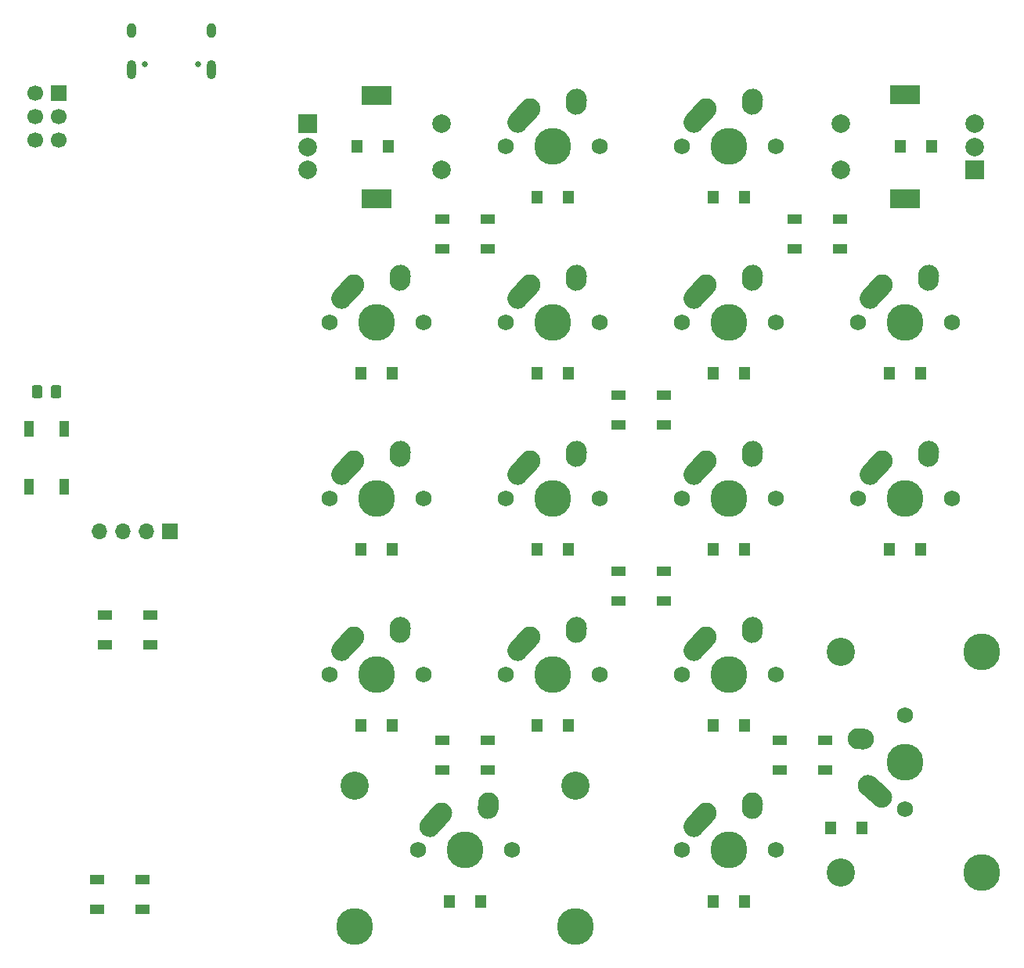
<source format=gbr>
G04 #@! TF.GenerationSoftware,KiCad,Pcbnew,(5.1.9)-1*
G04 #@! TF.CreationDate,2021-05-12T14:45:45+02:00*
G04 #@! TF.ProjectId,RotPad,526f7450-6164-42e6-9b69-6361645f7063,rev?*
G04 #@! TF.SameCoordinates,Original*
G04 #@! TF.FileFunction,Soldermask,Bot*
G04 #@! TF.FilePolarity,Negative*
%FSLAX46Y46*%
G04 Gerber Fmt 4.6, Leading zero omitted, Abs format (unit mm)*
G04 Created by KiCad (PCBNEW (5.1.9)-1) date 2021-05-12 14:45:45*
%MOMM*%
%LPD*%
G01*
G04 APERTURE LIST*
%ADD10C,2.250000*%
%ADD11C,3.987800*%
%ADD12C,1.750000*%
%ADD13R,1.500000X1.000000*%
%ADD14R,2.000000X2.000000*%
%ADD15C,2.000000*%
%ADD16R,3.200000X2.000000*%
%ADD17R,1.200000X1.400000*%
%ADD18R,1.700000X1.700000*%
%ADD19O,1.700000X1.700000*%
%ADD20C,1.700000*%
%ADD21C,3.048000*%
%ADD22R,1.000000X1.700000*%
%ADD23O,1.000000X1.600000*%
%ADD24O,1.000000X2.100000*%
%ADD25C,0.650000*%
G04 APERTURE END LIST*
G36*
G01*
X142112724Y-114883560D02*
X142112724Y-114883560D01*
G75*
G02*
X141068940Y-113682824I78476J1122260D01*
G01*
X141109494Y-113102862D01*
G75*
G02*
X142310230Y-112059078I1122260J-78476D01*
G01*
X142310230Y-112059078D01*
G75*
G02*
X143354014Y-113259814I-78476J-1122260D01*
G01*
X143313460Y-113839776D01*
G75*
G02*
X142112724Y-114883560I-1122260J78476D01*
G01*
G37*
D10*
X142231200Y-113181300D03*
G36*
G01*
X135128428Y-116557338D02*
X135128428Y-116557338D01*
G75*
G02*
X135045162Y-114968528I752772J836038D01*
G01*
X136357700Y-113510808D01*
G75*
G02*
X137946510Y-113427542I836038J-752772D01*
G01*
X137946510Y-113427542D01*
G75*
G02*
X138029776Y-115016352I-752772J-836038D01*
G01*
X136717238Y-116474072D01*
G75*
G02*
X135128428Y-116557338I-836038J752772D01*
G01*
G37*
D11*
X139691200Y-118261300D03*
D10*
X137191200Y-114261300D03*
D12*
X134611200Y-118261300D03*
X144771200Y-118261300D03*
G36*
G01*
X123063924Y-114883560D02*
X123063924Y-114883560D01*
G75*
G02*
X122020140Y-113682824I78476J1122260D01*
G01*
X122060694Y-113102862D01*
G75*
G02*
X123261430Y-112059078I1122260J-78476D01*
G01*
X123261430Y-112059078D01*
G75*
G02*
X124305214Y-113259814I-78476J-1122260D01*
G01*
X124264660Y-113839776D01*
G75*
G02*
X123063924Y-114883560I-1122260J78476D01*
G01*
G37*
D10*
X123182400Y-113181300D03*
G36*
G01*
X116079628Y-116557338D02*
X116079628Y-116557338D01*
G75*
G02*
X115996362Y-114968528I752772J836038D01*
G01*
X117308900Y-113510808D01*
G75*
G02*
X118897710Y-113427542I836038J-752772D01*
G01*
X118897710Y-113427542D01*
G75*
G02*
X118980976Y-115016352I-752772J-836038D01*
G01*
X117668438Y-116474072D01*
G75*
G02*
X116079628Y-116557338I-836038J752772D01*
G01*
G37*
D11*
X120642400Y-118261300D03*
D10*
X118142400Y-114261300D03*
D12*
X115562400Y-118261300D03*
X125722400Y-118261300D03*
D13*
X72157800Y-115099100D03*
X72157800Y-111899100D03*
X77057800Y-115099100D03*
X77057800Y-111899100D03*
X71364100Y-143672300D03*
X71364100Y-140472300D03*
X76264100Y-143672300D03*
X76264100Y-140472300D03*
G36*
G01*
X161161524Y-76785960D02*
X161161524Y-76785960D01*
G75*
G02*
X160117740Y-75585224I78476J1122260D01*
G01*
X160158294Y-75005262D01*
G75*
G02*
X161359030Y-73961478I1122260J-78476D01*
G01*
X161359030Y-73961478D01*
G75*
G02*
X162402814Y-75162214I-78476J-1122260D01*
G01*
X162362260Y-75742176D01*
G75*
G02*
X161161524Y-76785960I-1122260J78476D01*
G01*
G37*
D10*
X161280000Y-75083700D03*
G36*
G01*
X154177228Y-78459738D02*
X154177228Y-78459738D01*
G75*
G02*
X154093962Y-76870928I752772J836038D01*
G01*
X155406500Y-75413208D01*
G75*
G02*
X156995310Y-75329942I836038J-752772D01*
G01*
X156995310Y-75329942D01*
G75*
G02*
X157078576Y-76918752I-752772J-836038D01*
G01*
X155766038Y-78376472D01*
G75*
G02*
X154177228Y-78459738I-836038J752772D01*
G01*
G37*
D11*
X158740000Y-80163700D03*
D10*
X156240000Y-76163700D03*
D12*
X153660000Y-80163700D03*
X163820000Y-80163700D03*
D14*
X166233300Y-63696000D03*
D15*
X166233300Y-61196000D03*
X166233300Y-58696000D03*
D16*
X158733300Y-66796000D03*
X158733300Y-55596000D03*
D15*
X151733300Y-63696000D03*
X151733300Y-58696000D03*
D17*
X154090400Y-134929000D03*
X150690400Y-134929000D03*
D18*
X79170000Y-102784150D03*
D19*
X76630000Y-102784150D03*
X74090000Y-102784150D03*
X71550000Y-102784150D03*
D20*
X64607100Y-60480100D03*
X67147100Y-60480100D03*
X64607100Y-57940100D03*
X67147100Y-57940100D03*
X64607100Y-55400100D03*
D18*
X67147100Y-55400100D03*
G36*
G01*
X142112724Y-57737160D02*
X142112724Y-57737160D01*
G75*
G02*
X141068940Y-56536424I78476J1122260D01*
G01*
X141109494Y-55956462D01*
G75*
G02*
X142310230Y-54912678I1122260J-78476D01*
G01*
X142310230Y-54912678D01*
G75*
G02*
X143354014Y-56113414I-78476J-1122260D01*
G01*
X143313460Y-56693376D01*
G75*
G02*
X142112724Y-57737160I-1122260J78476D01*
G01*
G37*
D10*
X142231200Y-56034900D03*
G36*
G01*
X135128428Y-59410938D02*
X135128428Y-59410938D01*
G75*
G02*
X135045162Y-57822128I752772J836038D01*
G01*
X136357700Y-56364408D01*
G75*
G02*
X137946510Y-56281142I836038J-752772D01*
G01*
X137946510Y-56281142D01*
G75*
G02*
X138029776Y-57869952I-752772J-836038D01*
G01*
X136717238Y-59327672D01*
G75*
G02*
X135128428Y-59410938I-836038J752772D01*
G01*
G37*
D11*
X139691200Y-61114900D03*
D10*
X137191200Y-57114900D03*
D12*
X134611200Y-61114900D03*
X144771200Y-61114900D03*
G36*
G01*
X123063924Y-57737160D02*
X123063924Y-57737160D01*
G75*
G02*
X122020140Y-56536424I78476J1122260D01*
G01*
X122060694Y-55956462D01*
G75*
G02*
X123261430Y-54912678I1122260J-78476D01*
G01*
X123261430Y-54912678D01*
G75*
G02*
X124305214Y-56113414I-78476J-1122260D01*
G01*
X124264660Y-56693376D01*
G75*
G02*
X123063924Y-57737160I-1122260J78476D01*
G01*
G37*
D10*
X123182400Y-56034900D03*
G36*
G01*
X116079628Y-59410938D02*
X116079628Y-59410938D01*
G75*
G02*
X115996362Y-57822128I752772J836038D01*
G01*
X117308900Y-56364408D01*
G75*
G02*
X118897710Y-56281142I836038J-752772D01*
G01*
X118897710Y-56281142D01*
G75*
G02*
X118980976Y-57869952I-752772J-836038D01*
G01*
X117668438Y-59327672D01*
G75*
G02*
X116079628Y-59410938I-836038J752772D01*
G01*
G37*
D11*
X120642400Y-61114900D03*
D10*
X118142400Y-57114900D03*
D12*
X115562400Y-61114900D03*
X125722400Y-61114900D03*
G36*
G01*
X123063924Y-76785960D02*
X123063924Y-76785960D01*
G75*
G02*
X122020140Y-75585224I78476J1122260D01*
G01*
X122060694Y-75005262D01*
G75*
G02*
X123261430Y-73961478I1122260J-78476D01*
G01*
X123261430Y-73961478D01*
G75*
G02*
X124305214Y-75162214I-78476J-1122260D01*
G01*
X124264660Y-75742176D01*
G75*
G02*
X123063924Y-76785960I-1122260J78476D01*
G01*
G37*
D10*
X123182400Y-75083700D03*
G36*
G01*
X116079628Y-78459738D02*
X116079628Y-78459738D01*
G75*
G02*
X115996362Y-76870928I752772J836038D01*
G01*
X117308900Y-75413208D01*
G75*
G02*
X118897710Y-75329942I836038J-752772D01*
G01*
X118897710Y-75329942D01*
G75*
G02*
X118980976Y-76918752I-752772J-836038D01*
G01*
X117668438Y-78376472D01*
G75*
G02*
X116079628Y-78459738I-836038J752772D01*
G01*
G37*
D11*
X120642400Y-80163700D03*
D10*
X118142400Y-76163700D03*
D12*
X115562400Y-80163700D03*
X125722400Y-80163700D03*
G36*
G01*
X123063924Y-95834760D02*
X123063924Y-95834760D01*
G75*
G02*
X122020140Y-94634024I78476J1122260D01*
G01*
X122060694Y-94054062D01*
G75*
G02*
X123261430Y-93010278I1122260J-78476D01*
G01*
X123261430Y-93010278D01*
G75*
G02*
X124305214Y-94211014I-78476J-1122260D01*
G01*
X124264660Y-94790976D01*
G75*
G02*
X123063924Y-95834760I-1122260J78476D01*
G01*
G37*
D10*
X123182400Y-94132500D03*
G36*
G01*
X116079628Y-97508538D02*
X116079628Y-97508538D01*
G75*
G02*
X115996362Y-95919728I752772J836038D01*
G01*
X117308900Y-94462008D01*
G75*
G02*
X118897710Y-94378742I836038J-752772D01*
G01*
X118897710Y-94378742D01*
G75*
G02*
X118980976Y-95967552I-752772J-836038D01*
G01*
X117668438Y-97425272D01*
G75*
G02*
X116079628Y-97508538I-836038J752772D01*
G01*
G37*
D11*
X120642400Y-99212500D03*
D10*
X118142400Y-95212500D03*
D12*
X115562400Y-99212500D03*
X125722400Y-99212500D03*
G36*
G01*
X104015124Y-76785960D02*
X104015124Y-76785960D01*
G75*
G02*
X102971340Y-75585224I78476J1122260D01*
G01*
X103011894Y-75005262D01*
G75*
G02*
X104212630Y-73961478I1122260J-78476D01*
G01*
X104212630Y-73961478D01*
G75*
G02*
X105256414Y-75162214I-78476J-1122260D01*
G01*
X105215860Y-75742176D01*
G75*
G02*
X104015124Y-76785960I-1122260J78476D01*
G01*
G37*
D10*
X104133600Y-75083700D03*
G36*
G01*
X97030828Y-78459738D02*
X97030828Y-78459738D01*
G75*
G02*
X96947562Y-76870928I752772J836038D01*
G01*
X98260100Y-75413208D01*
G75*
G02*
X99848910Y-75329942I836038J-752772D01*
G01*
X99848910Y-75329942D01*
G75*
G02*
X99932176Y-76918752I-752772J-836038D01*
G01*
X98619638Y-78376472D01*
G75*
G02*
X97030828Y-78459738I-836038J752772D01*
G01*
G37*
D11*
X101593600Y-80163700D03*
D10*
X99093600Y-76163700D03*
D12*
X96513600Y-80163700D03*
X106673600Y-80163700D03*
G36*
G01*
X142112724Y-76785960D02*
X142112724Y-76785960D01*
G75*
G02*
X141068940Y-75585224I78476J1122260D01*
G01*
X141109494Y-75005262D01*
G75*
G02*
X142310230Y-73961478I1122260J-78476D01*
G01*
X142310230Y-73961478D01*
G75*
G02*
X143354014Y-75162214I-78476J-1122260D01*
G01*
X143313460Y-75742176D01*
G75*
G02*
X142112724Y-76785960I-1122260J78476D01*
G01*
G37*
D10*
X142231200Y-75083700D03*
G36*
G01*
X135128428Y-78459738D02*
X135128428Y-78459738D01*
G75*
G02*
X135045162Y-76870928I752772J836038D01*
G01*
X136357700Y-75413208D01*
G75*
G02*
X137946510Y-75329942I836038J-752772D01*
G01*
X137946510Y-75329942D01*
G75*
G02*
X138029776Y-76918752I-752772J-836038D01*
G01*
X136717238Y-78376472D01*
G75*
G02*
X135128428Y-78459738I-836038J752772D01*
G01*
G37*
D11*
X139691200Y-80163700D03*
D10*
X137191200Y-76163700D03*
D12*
X134611200Y-80163700D03*
X144771200Y-80163700D03*
G36*
G01*
X104015124Y-95834760D02*
X104015124Y-95834760D01*
G75*
G02*
X102971340Y-94634024I78476J1122260D01*
G01*
X103011894Y-94054062D01*
G75*
G02*
X104212630Y-93010278I1122260J-78476D01*
G01*
X104212630Y-93010278D01*
G75*
G02*
X105256414Y-94211014I-78476J-1122260D01*
G01*
X105215860Y-94790976D01*
G75*
G02*
X104015124Y-95834760I-1122260J78476D01*
G01*
G37*
D10*
X104133600Y-94132500D03*
G36*
G01*
X97030828Y-97508538D02*
X97030828Y-97508538D01*
G75*
G02*
X96947562Y-95919728I752772J836038D01*
G01*
X98260100Y-94462008D01*
G75*
G02*
X99848910Y-94378742I836038J-752772D01*
G01*
X99848910Y-94378742D01*
G75*
G02*
X99932176Y-95967552I-752772J-836038D01*
G01*
X98619638Y-97425272D01*
G75*
G02*
X97030828Y-97508538I-836038J752772D01*
G01*
G37*
D11*
X101593600Y-99212500D03*
D10*
X99093600Y-95212500D03*
D12*
X96513600Y-99212500D03*
X106673600Y-99212500D03*
G36*
G01*
X142112724Y-95834760D02*
X142112724Y-95834760D01*
G75*
G02*
X141068940Y-94634024I78476J1122260D01*
G01*
X141109494Y-94054062D01*
G75*
G02*
X142310230Y-93010278I1122260J-78476D01*
G01*
X142310230Y-93010278D01*
G75*
G02*
X143354014Y-94211014I-78476J-1122260D01*
G01*
X143313460Y-94790976D01*
G75*
G02*
X142112724Y-95834760I-1122260J78476D01*
G01*
G37*
D10*
X142231200Y-94132500D03*
G36*
G01*
X135128428Y-97508538D02*
X135128428Y-97508538D01*
G75*
G02*
X135045162Y-95919728I752772J836038D01*
G01*
X136357700Y-94462008D01*
G75*
G02*
X137946510Y-94378742I836038J-752772D01*
G01*
X137946510Y-94378742D01*
G75*
G02*
X138029776Y-95967552I-752772J-836038D01*
G01*
X136717238Y-97425272D01*
G75*
G02*
X135128428Y-97508538I-836038J752772D01*
G01*
G37*
D11*
X139691200Y-99212500D03*
D10*
X137191200Y-95212500D03*
D12*
X134611200Y-99212500D03*
X144771200Y-99212500D03*
G36*
G01*
X113539524Y-133932360D02*
X113539524Y-133932360D01*
G75*
G02*
X112495740Y-132731624I78476J1122260D01*
G01*
X112536294Y-132151662D01*
G75*
G02*
X113737030Y-131107878I1122260J-78476D01*
G01*
X113737030Y-131107878D01*
G75*
G02*
X114780814Y-132308614I-78476J-1122260D01*
G01*
X114740260Y-132888576D01*
G75*
G02*
X113539524Y-133932360I-1122260J78476D01*
G01*
G37*
D10*
X113658000Y-132230100D03*
G36*
G01*
X106555228Y-135606138D02*
X106555228Y-135606138D01*
G75*
G02*
X106471962Y-134017328I752772J836038D01*
G01*
X107784500Y-132559608D01*
G75*
G02*
X109373310Y-132476342I836038J-752772D01*
G01*
X109373310Y-132476342D01*
G75*
G02*
X109456576Y-134065152I-752772J-836038D01*
G01*
X108144038Y-135522872D01*
G75*
G02*
X106555228Y-135606138I-836038J752772D01*
G01*
G37*
D11*
X111118000Y-137310100D03*
D10*
X108618000Y-133310100D03*
D12*
X106038000Y-137310100D03*
X116198000Y-137310100D03*
D21*
X99180000Y-130325100D03*
X123056000Y-130325100D03*
D11*
X99180000Y-145565100D03*
X123056000Y-145565100D03*
G36*
G01*
X155362260Y-125364176D02*
X155362260Y-125364176D01*
G75*
G02*
X154161524Y-126407960I-1122260J78476D01*
G01*
X153581562Y-126367406D01*
G75*
G02*
X152537778Y-125166670I78476J1122260D01*
G01*
X152537778Y-125166670D01*
G75*
G02*
X153738514Y-124122886I1122260J-78476D01*
G01*
X154318476Y-124163440D01*
G75*
G02*
X155362260Y-125364176I-78476J-1122260D01*
G01*
G37*
D10*
X153660000Y-125245700D03*
G36*
G01*
X157036038Y-132348472D02*
X157036038Y-132348472D01*
G75*
G02*
X155447228Y-132431738I-836038J752772D01*
G01*
X153989508Y-131119200D01*
G75*
G02*
X153906242Y-129530390I752772J836038D01*
G01*
X153906242Y-129530390D01*
G75*
G02*
X155495052Y-129447124I836038J-752772D01*
G01*
X156952772Y-130759662D01*
G75*
G02*
X157036038Y-132348472I-752772J-836038D01*
G01*
G37*
D11*
X158740000Y-127785700D03*
D10*
X154740000Y-130285700D03*
D12*
X158740000Y-132865700D03*
X158740000Y-122705700D03*
D21*
X151755000Y-139723700D03*
X151755000Y-115847700D03*
D11*
X166995000Y-139723700D03*
X166995000Y-115847700D03*
G36*
G01*
X161161524Y-95834760D02*
X161161524Y-95834760D01*
G75*
G02*
X160117740Y-94634024I78476J1122260D01*
G01*
X160158294Y-94054062D01*
G75*
G02*
X161359030Y-93010278I1122260J-78476D01*
G01*
X161359030Y-93010278D01*
G75*
G02*
X162402814Y-94211014I-78476J-1122260D01*
G01*
X162362260Y-94790976D01*
G75*
G02*
X161161524Y-95834760I-1122260J78476D01*
G01*
G37*
D10*
X161280000Y-94132500D03*
G36*
G01*
X154177228Y-97508538D02*
X154177228Y-97508538D01*
G75*
G02*
X154093962Y-95919728I752772J836038D01*
G01*
X155406500Y-94462008D01*
G75*
G02*
X156995310Y-94378742I836038J-752772D01*
G01*
X156995310Y-94378742D01*
G75*
G02*
X157078576Y-95967552I-752772J-836038D01*
G01*
X155766038Y-97425272D01*
G75*
G02*
X154177228Y-97508538I-836038J752772D01*
G01*
G37*
D11*
X158740000Y-99212500D03*
D10*
X156240000Y-95212500D03*
D12*
X153660000Y-99212500D03*
X163820000Y-99212500D03*
G36*
G01*
X104015124Y-114883560D02*
X104015124Y-114883560D01*
G75*
G02*
X102971340Y-113682824I78476J1122260D01*
G01*
X103011894Y-113102862D01*
G75*
G02*
X104212630Y-112059078I1122260J-78476D01*
G01*
X104212630Y-112059078D01*
G75*
G02*
X105256414Y-113259814I-78476J-1122260D01*
G01*
X105215860Y-113839776D01*
G75*
G02*
X104015124Y-114883560I-1122260J78476D01*
G01*
G37*
D10*
X104133600Y-113181300D03*
G36*
G01*
X97030828Y-116557338D02*
X97030828Y-116557338D01*
G75*
G02*
X96947562Y-114968528I752772J836038D01*
G01*
X98260100Y-113510808D01*
G75*
G02*
X99848910Y-113427542I836038J-752772D01*
G01*
X99848910Y-113427542D01*
G75*
G02*
X99932176Y-115016352I-752772J-836038D01*
G01*
X98619638Y-116474072D01*
G75*
G02*
X97030828Y-116557338I-836038J752772D01*
G01*
G37*
D11*
X101593600Y-118261300D03*
D10*
X99093600Y-114261300D03*
D12*
X96513600Y-118261300D03*
X106673600Y-118261300D03*
G36*
G01*
X142112724Y-133932360D02*
X142112724Y-133932360D01*
G75*
G02*
X141068940Y-132731624I78476J1122260D01*
G01*
X141109494Y-132151662D01*
G75*
G02*
X142310230Y-131107878I1122260J-78476D01*
G01*
X142310230Y-131107878D01*
G75*
G02*
X143354014Y-132308614I-78476J-1122260D01*
G01*
X143313460Y-132888576D01*
G75*
G02*
X142112724Y-133932360I-1122260J78476D01*
G01*
G37*
D10*
X142231200Y-132230100D03*
G36*
G01*
X135128428Y-135606138D02*
X135128428Y-135606138D01*
G75*
G02*
X135045162Y-134017328I752772J836038D01*
G01*
X136357700Y-132559608D01*
G75*
G02*
X137946510Y-132476342I836038J-752772D01*
G01*
X137946510Y-132476342D01*
G75*
G02*
X138029776Y-134065152I-752772J-836038D01*
G01*
X136717238Y-135522872D01*
G75*
G02*
X135128428Y-135606138I-836038J752772D01*
G01*
G37*
D11*
X139691200Y-137310100D03*
D10*
X137191200Y-133310100D03*
D12*
X134611200Y-137310100D03*
X144771200Y-137310100D03*
D17*
X102843600Y-61114900D03*
X99443600Y-61114900D03*
D13*
X108668000Y-128592000D03*
X108668000Y-125392000D03*
X113568000Y-128592000D03*
X113568000Y-125392000D03*
D17*
X161577400Y-61114900D03*
X158177400Y-61114900D03*
X141391200Y-142866000D03*
X137991200Y-142866000D03*
X112818000Y-142866000D03*
X109418000Y-142866000D03*
X141391200Y-123817200D03*
X137991200Y-123817200D03*
X122342400Y-123817200D03*
X118942400Y-123817200D03*
X103293600Y-123817200D03*
X99893600Y-123817200D03*
X160440000Y-104768400D03*
X157040000Y-104768400D03*
X141391200Y-104768400D03*
X137991200Y-104768400D03*
X122342400Y-104768400D03*
X118942400Y-104768400D03*
X103293600Y-104768400D03*
X99893600Y-104768400D03*
X160440000Y-85719600D03*
X157040000Y-85719600D03*
X141391200Y-85719600D03*
X137991200Y-85719600D03*
X122342400Y-85719600D03*
X118942400Y-85719600D03*
X103293600Y-85719600D03*
X99893600Y-85719600D03*
X141391200Y-66670800D03*
X137991200Y-66670800D03*
X122342400Y-66670800D03*
X118942400Y-66670800D03*
D13*
X113568000Y-69039300D03*
X113568000Y-72239300D03*
X108668000Y-69039300D03*
X108668000Y-72239300D03*
X151665600Y-69039300D03*
X151665600Y-72239300D03*
X146765600Y-69039300D03*
X146765600Y-72239300D03*
X132616800Y-88088100D03*
X132616800Y-91288100D03*
X127716800Y-88088100D03*
X127716800Y-91288100D03*
X132616800Y-107136900D03*
X132616800Y-110336900D03*
X127716800Y-107136900D03*
X127716800Y-110336900D03*
X145178200Y-128592000D03*
X145178200Y-125392000D03*
X150078200Y-128592000D03*
X150078200Y-125392000D03*
G36*
G01*
X64277100Y-88153851D02*
X64277100Y-87253849D01*
G75*
G02*
X64527099Y-87003850I249999J0D01*
G01*
X65177101Y-87003850D01*
G75*
G02*
X65427100Y-87253849I0J-249999D01*
G01*
X65427100Y-88153851D01*
G75*
G02*
X65177101Y-88403850I-249999J0D01*
G01*
X64527099Y-88403850D01*
G75*
G02*
X64277100Y-88153851I0J249999D01*
G01*
G37*
G36*
G01*
X66327100Y-88153851D02*
X66327100Y-87253849D01*
G75*
G02*
X66577099Y-87003850I249999J0D01*
G01*
X67227101Y-87003850D01*
G75*
G02*
X67477100Y-87253849I0J-249999D01*
G01*
X67477100Y-88153851D01*
G75*
G02*
X67227101Y-88403850I-249999J0D01*
G01*
X66577099Y-88403850D01*
G75*
G02*
X66327100Y-88153851I0J249999D01*
G01*
G37*
D22*
X67777100Y-97997150D03*
X67777100Y-91697150D03*
X63977100Y-97997150D03*
X63977100Y-91697150D03*
D15*
X108600300Y-63733800D03*
X108600300Y-58733800D03*
D16*
X101600300Y-66833800D03*
X101600300Y-55633800D03*
D15*
X94100300Y-63733800D03*
X94100300Y-61233800D03*
D14*
X94100300Y-58733800D03*
D23*
X75050000Y-48634600D03*
X83690000Y-48634600D03*
D24*
X75050000Y-52814600D03*
X83690000Y-52814600D03*
D25*
X82260000Y-52284600D03*
X76480000Y-52284600D03*
M02*

</source>
